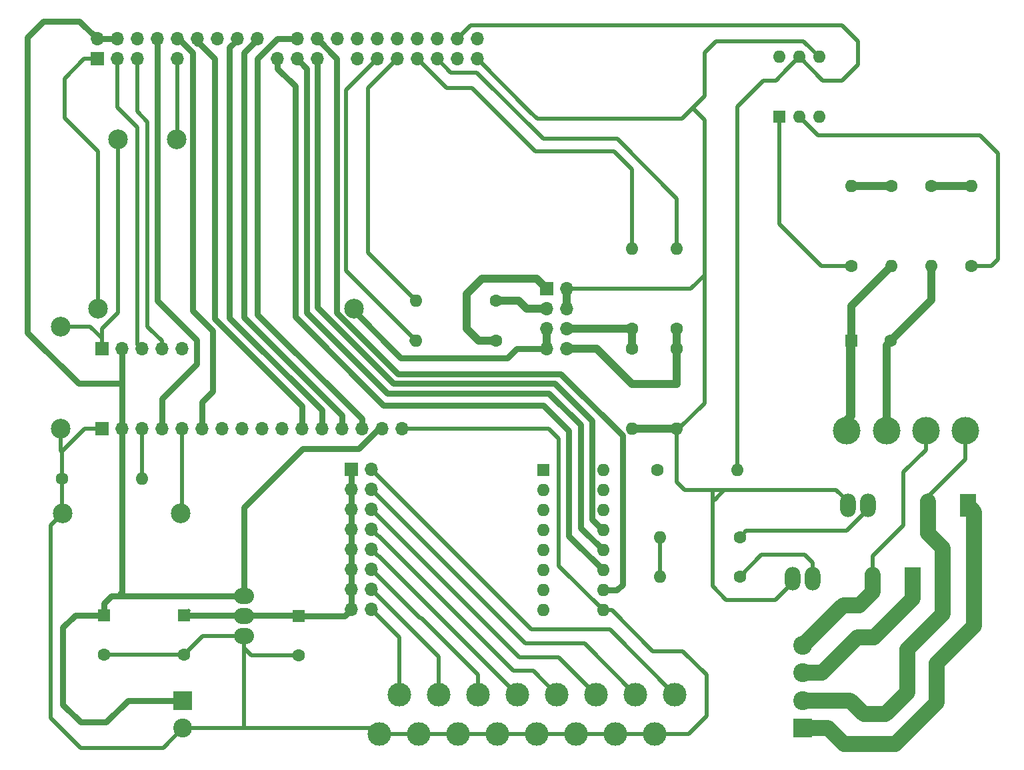
<source format=gbr>
G04 #@! TF.FileFunction,Copper,L4,Bot,Signal*
%FSLAX46Y46*%
G04 Gerber Fmt 4.6, Leading zero omitted, Abs format (unit mm)*
G04 Created by KiCad (PCBNEW 4.0.7) date 05/28/18 16:01:47*
%MOMM*%
%LPD*%
G01*
G04 APERTURE LIST*
%ADD10C,0.100000*%
%ADD11R,1.600000X1.600000*%
%ADD12O,1.600000X1.600000*%
%ADD13C,2.400000*%
%ADD14R,2.400000X2.400000*%
%ADD15R,1.700000X1.700000*%
%ADD16O,1.700000X1.700000*%
%ADD17C,1.600000*%
%ADD18C,3.500000*%
%ADD19O,2.540000X2.032000*%
%ADD20R,2.000000X3.000000*%
%ADD21O,2.000000X3.000000*%
%ADD22C,2.500000*%
%ADD23C,3.000000*%
%ADD24C,0.600000*%
%ADD25C,0.500000*%
%ADD26C,1.000000*%
%ADD27C,0.250000*%
%ADD28C,2.000000*%
%ADD29C,0.750000*%
G04 APERTURE END LIST*
D10*
D11*
X157000000Y-107500000D03*
D12*
X164620000Y-125280000D03*
X157000000Y-110040000D03*
X164620000Y-122740000D03*
X157000000Y-112580000D03*
X164620000Y-120200000D03*
X157000000Y-115120000D03*
X164620000Y-117660000D03*
X157000000Y-117660000D03*
X164620000Y-115120000D03*
X157000000Y-120200000D03*
X164620000Y-112580000D03*
X157000000Y-122740000D03*
X164620000Y-110040000D03*
X157000000Y-125280000D03*
X164620000Y-107500000D03*
D13*
X190005000Y-133235000D03*
X190005000Y-129735000D03*
X190005000Y-136735000D03*
D14*
X190005000Y-140235000D03*
D15*
X100375000Y-55255000D03*
D16*
X100375000Y-52715000D03*
X102915000Y-55255000D03*
X102915000Y-52715000D03*
X105455000Y-55255000D03*
X105455000Y-52715000D03*
X107995000Y-52715000D03*
X110535000Y-55255000D03*
X110535000Y-52715000D03*
X113075000Y-52715000D03*
X115615000Y-52715000D03*
X118155000Y-52715000D03*
X120695000Y-52715000D03*
X123235000Y-55255000D03*
X125775000Y-55255000D03*
X125775000Y-52715000D03*
X128315000Y-55255000D03*
X128315000Y-52715000D03*
X130855000Y-52715000D03*
X133395000Y-55255000D03*
X133395000Y-52715000D03*
X135935000Y-55255000D03*
X135935000Y-52715000D03*
X138475000Y-55255000D03*
X138475000Y-52715000D03*
X141015000Y-55255000D03*
X141015000Y-52715000D03*
X143555000Y-55255000D03*
X143555000Y-52715000D03*
X146095000Y-55255000D03*
X146095000Y-52715000D03*
X148635000Y-55255000D03*
X148635000Y-52715000D03*
D11*
X101260000Y-125910000D03*
D17*
X101260000Y-130910000D03*
D11*
X111420000Y-125910000D03*
D17*
X111420000Y-130910000D03*
D11*
X126005000Y-125985000D03*
D17*
X126005000Y-130985000D03*
D18*
X195600000Y-102505000D03*
X200600000Y-102505000D03*
X205600000Y-102505000D03*
X210600000Y-102505000D03*
D15*
X132645000Y-107355000D03*
D16*
X135185000Y-107355000D03*
X132645000Y-109895000D03*
X135185000Y-109895000D03*
X132645000Y-112435000D03*
X135185000Y-112435000D03*
X132645000Y-114975000D03*
X135185000Y-114975000D03*
X132645000Y-117515000D03*
X135185000Y-117515000D03*
X132645000Y-120055000D03*
X135185000Y-120055000D03*
X132645000Y-122595000D03*
X135185000Y-122595000D03*
X132645000Y-125135000D03*
X135185000Y-125135000D03*
D15*
X100965000Y-102235000D03*
D16*
X103505000Y-102235000D03*
X106045000Y-102235000D03*
X108585000Y-102235000D03*
X111125000Y-102235000D03*
X113665000Y-102235000D03*
X116205000Y-102235000D03*
X118745000Y-102235000D03*
X121285000Y-102235000D03*
X123825000Y-102235000D03*
X126365000Y-102235000D03*
X128905000Y-102235000D03*
X131445000Y-102235000D03*
X133985000Y-102235000D03*
X136525000Y-102235000D03*
X139065000Y-102235000D03*
D15*
X100965000Y-92075000D03*
D16*
X103505000Y-92075000D03*
X106045000Y-92075000D03*
X108585000Y-92075000D03*
X111125000Y-92075000D03*
D17*
X171505000Y-107485000D03*
D12*
X181665000Y-107485000D03*
D17*
X196115000Y-81550000D03*
D12*
X196115000Y-71390000D03*
D17*
X201195000Y-71390000D03*
D12*
X201195000Y-81550000D03*
D17*
X211355000Y-81550000D03*
D12*
X211355000Y-71390000D03*
D17*
X206275000Y-71390000D03*
D12*
X206275000Y-81550000D03*
D17*
X95885000Y-108585000D03*
D12*
X106045000Y-108585000D03*
D17*
X151030000Y-91000000D03*
D12*
X140870000Y-91000000D03*
D17*
X151030000Y-86000000D03*
D12*
X140870000Y-86000000D03*
D17*
X168275000Y-89535000D03*
D12*
X168275000Y-79375000D03*
D17*
X173990000Y-89535000D03*
D12*
X173990000Y-79375000D03*
D17*
X168275000Y-92075000D03*
D12*
X168275000Y-102235000D03*
D17*
X173990000Y-92075000D03*
D12*
X173990000Y-102235000D03*
D17*
X182005000Y-115985000D03*
D12*
X171845000Y-115985000D03*
D19*
X119005000Y-125985000D03*
X119005000Y-123445000D03*
X119005000Y-128525000D03*
D20*
X210955000Y-111985000D03*
D21*
X205875000Y-111985000D03*
X198255000Y-111985000D03*
X195715000Y-111985000D03*
D11*
X187005000Y-62605000D03*
D12*
X192085000Y-54985000D03*
X189545000Y-62605000D03*
X189545000Y-54985000D03*
X192085000Y-62605000D03*
X187005000Y-54985000D03*
D11*
X196115000Y-91075000D03*
D17*
X201115000Y-91075000D03*
X182005000Y-120985000D03*
D12*
X171845000Y-120985000D03*
D20*
X203955000Y-121235000D03*
D21*
X198875000Y-121235000D03*
X191255000Y-121235000D03*
X188715000Y-121235000D03*
D13*
X111255000Y-140235000D03*
D14*
X111255000Y-136735000D03*
D15*
X157480000Y-84455000D03*
D16*
X160020000Y-84455000D03*
X157480000Y-86995000D03*
X160020000Y-86995000D03*
X157480000Y-89535000D03*
X160020000Y-89535000D03*
X157480000Y-92075000D03*
X160020000Y-92075000D03*
D22*
X96005000Y-112985000D03*
X103005000Y-65485000D03*
X110505000Y-65485000D03*
X133005000Y-86985000D03*
X100505000Y-86985000D03*
X111005000Y-112985000D03*
D23*
X138755000Y-135985000D03*
X136215000Y-140985000D03*
X143755000Y-135985000D03*
X141215000Y-140985000D03*
X148755000Y-135985000D03*
X146215000Y-140985000D03*
X153755000Y-135985000D03*
X151215000Y-140985000D03*
X158755000Y-135985000D03*
X156215000Y-140985000D03*
X163755000Y-135985000D03*
X161215000Y-140985000D03*
X168755000Y-135985000D03*
X166215000Y-140985000D03*
X173755000Y-135985000D03*
X171215000Y-140985000D03*
D22*
X95755000Y-102235000D03*
X95755000Y-89235000D03*
D24*
X111005000Y-112985000D03*
X96005000Y-112985000D03*
X103005000Y-65485000D03*
X110505000Y-65485000D03*
X135185000Y-107355000D03*
X157000000Y-107500000D03*
X164620000Y-107500000D03*
X132715000Y-86995000D03*
X100330000Y-86995000D03*
D25*
X139065000Y-102235000D02*
X157755000Y-102235000D01*
X159005000Y-103485000D02*
X159005000Y-119665000D01*
X157755000Y-102235000D02*
X159005000Y-103485000D01*
X159005000Y-119665000D02*
X164620000Y-125280000D01*
X177505000Y-98985000D02*
X177505000Y-82735000D01*
X177505000Y-82735000D02*
X177505000Y-62985000D01*
X160020000Y-84455000D02*
X175785000Y-84455000D01*
X175785000Y-84455000D02*
X177505000Y-82735000D01*
X176005000Y-61485000D02*
X174625000Y-62865000D01*
X174625000Y-62865000D02*
X156245000Y-62865000D01*
X156245000Y-62865000D02*
X155365000Y-61985000D01*
X155365000Y-61985000D02*
X148635000Y-55255000D01*
X95885000Y-105105000D02*
X95755000Y-104975000D01*
X95755000Y-104975000D02*
X95755000Y-102235000D01*
X100965000Y-92075000D02*
X100965000Y-89525000D01*
X100965000Y-89525000D02*
X103005000Y-87485000D01*
X103005000Y-87485000D02*
X103005000Y-65485000D01*
X95755000Y-89235000D02*
X99475000Y-89235000D01*
X99475000Y-89235000D02*
X100965000Y-90725000D01*
X100965000Y-90725000D02*
X100965000Y-92075000D01*
X177755000Y-138735000D02*
X175505000Y-140985000D01*
X171215000Y-140985000D02*
X175505000Y-140985000D01*
X177755000Y-133485000D02*
X177755000Y-138735000D01*
X174755000Y-130485000D02*
X177755000Y-133485000D01*
X170956370Y-130485000D02*
X174755000Y-130485000D01*
X164620000Y-125280000D02*
X165751370Y-125280000D01*
X165751370Y-125280000D02*
X170956370Y-130485000D01*
X111255000Y-140235000D02*
X135465000Y-140235000D01*
X135465000Y-140235000D02*
X136215000Y-140985000D01*
X119005000Y-128525000D02*
X119005000Y-140235000D01*
X171215000Y-140985000D02*
X136215000Y-140985000D01*
X94505000Y-138985000D02*
X94505000Y-114485000D01*
X111255000Y-140235000D02*
X108755000Y-142735000D01*
X108755000Y-142735000D02*
X98255000Y-142735000D01*
X98255000Y-142735000D02*
X94505000Y-138985000D01*
X178505000Y-111235000D02*
X178505000Y-109985000D01*
X178755000Y-111235000D02*
X180005000Y-109985000D01*
X178505000Y-122235000D02*
X178505000Y-111235000D01*
X178505000Y-109985000D02*
X180005000Y-109985000D01*
X180005000Y-109985000D02*
X194215000Y-109985000D01*
X178505000Y-111235000D02*
X178755000Y-111235000D01*
X194215000Y-109985000D02*
X195715000Y-111485000D01*
X195715000Y-111485000D02*
X195715000Y-111985000D01*
X175005000Y-109985000D02*
X178505000Y-109985000D01*
X180255000Y-123985000D02*
X178505000Y-122235000D01*
X186465000Y-123985000D02*
X180255000Y-123985000D01*
X188715000Y-121235000D02*
X188715000Y-121735000D01*
X188715000Y-121735000D02*
X186465000Y-123985000D01*
X179005000Y-52985000D02*
X190085000Y-52985000D01*
X190085000Y-52985000D02*
X192085000Y-54985000D01*
X177505000Y-54485000D02*
X179005000Y-52985000D01*
X177505000Y-59985000D02*
X177505000Y-54485000D01*
X176005000Y-61485000D02*
X177505000Y-59985000D01*
X173990000Y-102235000D02*
X173990000Y-108970000D01*
X173990000Y-108970000D02*
X175005000Y-109985000D01*
X177505000Y-62985000D02*
X176005000Y-61485000D01*
X111420000Y-130910000D02*
X101260000Y-130910000D01*
X119005000Y-128525000D02*
X113805000Y-128525000D01*
X113805000Y-128525000D02*
X111420000Y-130910000D01*
X126005000Y-130985000D02*
X119949000Y-130985000D01*
X119949000Y-130985000D02*
X119005000Y-130041000D01*
X119005000Y-130041000D02*
X119005000Y-128525000D01*
X173990000Y-102235000D02*
X174255000Y-102235000D01*
X174255000Y-102235000D02*
X177505000Y-98985000D01*
X94505000Y-114485000D02*
X96005000Y-112985000D01*
X101260000Y-130910000D02*
X101185000Y-130985000D01*
X111125000Y-102235000D02*
X111125000Y-110985000D01*
X111125000Y-112865000D02*
X111005000Y-112985000D01*
X111125000Y-110985000D02*
X111125000Y-112865000D01*
X95885000Y-112865000D02*
X95885000Y-108585000D01*
X96005000Y-112985000D02*
X95885000Y-112865000D01*
X110535000Y-55255000D02*
X110535000Y-65455000D01*
X110535000Y-65455000D02*
X110505000Y-65485000D01*
X95885000Y-108585000D02*
X95885000Y-105105000D01*
X95885000Y-105105000D02*
X98755000Y-102235000D01*
X98755000Y-102235000D02*
X100965000Y-102235000D01*
D26*
X160020000Y-86995000D02*
X160020000Y-84455000D01*
X173990000Y-102235000D02*
X168275000Y-102235000D01*
X201195000Y-81550000D02*
X196115000Y-86630000D01*
X196115000Y-86630000D02*
X196115000Y-91075000D01*
X196115000Y-91075000D02*
X196115000Y-100600000D01*
X196115000Y-100600000D02*
X195600000Y-101115000D01*
X195600000Y-101115000D02*
X195600000Y-102505000D01*
D27*
X196115000Y-91075000D02*
X196115000Y-86630000D01*
X195600000Y-102505000D02*
X195600000Y-91590000D01*
X195600000Y-91590000D02*
X196115000Y-91075000D01*
D26*
X200600000Y-102505000D02*
X200600000Y-91590000D01*
X200600000Y-91590000D02*
X201115000Y-91075000D01*
X201115000Y-91075000D02*
X206275000Y-85915000D01*
X206275000Y-85915000D02*
X206275000Y-81550000D01*
D27*
X200600000Y-91590000D02*
X206275000Y-85915000D01*
X206275000Y-85915000D02*
X206275000Y-81550000D01*
D25*
X198875000Y-121235000D02*
X198875000Y-118365000D01*
X205600000Y-104890000D02*
X205600000Y-102505000D01*
X202755000Y-107735000D02*
X205600000Y-104890000D01*
X202755000Y-114485000D02*
X202755000Y-107735000D01*
X198875000Y-118365000D02*
X202755000Y-114485000D01*
D28*
X198875000Y-121235000D02*
X198875000Y-120735000D01*
D29*
X205600000Y-102505000D02*
X205640000Y-102505000D01*
D28*
X190005000Y-129735000D02*
X195111101Y-124628899D01*
X195111101Y-124628899D02*
X197195987Y-124628899D01*
X197195987Y-124628899D02*
X198875000Y-122949886D01*
X198875000Y-122949886D02*
X198875000Y-121235000D01*
D25*
X205875000Y-111985000D02*
X205875000Y-110865000D01*
X205875000Y-110865000D02*
X210600000Y-106140000D01*
X210600000Y-106140000D02*
X210600000Y-102505000D01*
D28*
X205875000Y-111985000D02*
X205875000Y-111485000D01*
X207755000Y-125735000D02*
X207755000Y-117365000D01*
X207755000Y-117365000D02*
X205875000Y-115485000D01*
X205875000Y-115485000D02*
X205875000Y-111985000D01*
X203255000Y-130235000D02*
X207755000Y-125735000D01*
X203255000Y-135735000D02*
X203255000Y-130235000D01*
X200505000Y-138485000D02*
X203255000Y-135735000D01*
X197755000Y-138485000D02*
X200505000Y-138485000D01*
X196005000Y-136735000D02*
X197755000Y-138485000D01*
X190005000Y-136735000D02*
X196005000Y-136735000D01*
D25*
X155505000Y-127735000D02*
X151255000Y-123485000D01*
X135185000Y-107355000D02*
X151255000Y-123425000D01*
X151255000Y-123425000D02*
X151255000Y-123485000D01*
X165505000Y-127735000D02*
X155505000Y-127735000D01*
X173755000Y-135985000D02*
X165505000Y-127735000D01*
X156855000Y-107355000D02*
X157000000Y-107500000D01*
X162255000Y-129485000D02*
X154755000Y-129485000D01*
X135185000Y-109895000D02*
X154755000Y-129465000D01*
X154755000Y-129465000D02*
X154755000Y-129485000D01*
X168755000Y-135985000D02*
X162255000Y-129485000D01*
X135185000Y-112435000D02*
X153985000Y-131235000D01*
X153985000Y-131235000D02*
X159005000Y-131235000D01*
X159005000Y-131235000D02*
X163755000Y-135985000D01*
X135185000Y-114975000D02*
X136034999Y-115824999D01*
X136034999Y-115824999D02*
X136094999Y-115824999D01*
X136094999Y-115824999D02*
X153255000Y-132985000D01*
X153255000Y-132985000D02*
X155755000Y-132985000D01*
X155755000Y-132985000D02*
X158755000Y-135985000D01*
X153755000Y-135985000D02*
X143505000Y-125735000D01*
X135185000Y-117515000D02*
X136034999Y-118364999D01*
X136034999Y-118364999D02*
X136134999Y-118364999D01*
X136134999Y-118364999D02*
X143505000Y-125735000D01*
X148755000Y-133485000D02*
X141505000Y-126235000D01*
X135185000Y-120055000D02*
X141365000Y-126235000D01*
X141365000Y-126235000D02*
X141505000Y-126235000D01*
X148755000Y-135985000D02*
X148755000Y-133485000D01*
X143755000Y-135985000D02*
X143755000Y-131165000D01*
X143755000Y-131165000D02*
X135185000Y-122595000D01*
X138755000Y-135985000D02*
X138755000Y-128705000D01*
X138755000Y-128705000D02*
X135185000Y-125135000D01*
X106045000Y-108585000D02*
X106045000Y-102235000D01*
D26*
X151030000Y-86000000D02*
X153945000Y-86000000D01*
X154940000Y-86995000D02*
X157480000Y-86995000D01*
X153945000Y-86000000D02*
X154940000Y-86995000D01*
D25*
X195005000Y-50985000D02*
X147825000Y-50985000D01*
X197005000Y-52985000D02*
X195005000Y-50985000D01*
X197005000Y-55985000D02*
X197005000Y-52985000D01*
X195005000Y-57985000D02*
X197005000Y-55985000D01*
X192545000Y-57985000D02*
X195005000Y-57985000D01*
X189545000Y-54985000D02*
X192545000Y-57985000D01*
X188005000Y-56525000D02*
X189545000Y-54985000D01*
X185005000Y-57985000D02*
X186545000Y-57985000D01*
X186545000Y-57985000D02*
X188005000Y-56525000D01*
X181665000Y-107485000D02*
X181665000Y-61325000D01*
X181665000Y-61325000D02*
X185005000Y-57985000D01*
X147825000Y-50985000D02*
X146095000Y-52715000D01*
X192320000Y-81550000D02*
X187005000Y-76235000D01*
X187005000Y-76235000D02*
X187005000Y-62605000D01*
X196115000Y-81550000D02*
X192320000Y-81550000D01*
D26*
X196115000Y-71390000D02*
X201195000Y-71390000D01*
D25*
X211355000Y-81550000D02*
X213940000Y-81550000D01*
X213940000Y-81550000D02*
X214755000Y-80735000D01*
X214755000Y-80735000D02*
X214755000Y-67235000D01*
X214755000Y-67235000D02*
X212505000Y-64985000D01*
X212505000Y-64985000D02*
X191925000Y-64985000D01*
X191925000Y-64985000D02*
X189545000Y-62605000D01*
D26*
X206275000Y-71390000D02*
X211355000Y-71390000D01*
D25*
X182005000Y-115985000D02*
X182804999Y-115185001D01*
X182804999Y-115185001D02*
X195554999Y-115185001D01*
X195554999Y-115185001D02*
X198255000Y-112485000D01*
X198255000Y-112485000D02*
X198255000Y-111985000D01*
D29*
X126505000Y-104735000D02*
X119005000Y-112235000D01*
X119005000Y-112235000D02*
X119005000Y-123445000D01*
X133594002Y-104735000D02*
X126505000Y-104735000D01*
X136525000Y-102235000D02*
X136094002Y-102235000D01*
X136094002Y-102235000D02*
X133594002Y-104735000D01*
X104255000Y-136735000D02*
X111255000Y-136735000D01*
X101505000Y-139485000D02*
X104255000Y-136735000D01*
X98255000Y-139485000D02*
X101505000Y-139485000D01*
X96005000Y-127485000D02*
X96005000Y-137235000D01*
X96005000Y-137235000D02*
X98255000Y-139485000D01*
X96005000Y-127485000D02*
X97580000Y-125910000D01*
X101260000Y-125910000D02*
X97580000Y-125910000D01*
X100375000Y-52715000D02*
X102915000Y-52715000D01*
X98145000Y-50485000D02*
X100375000Y-52715000D01*
X93505000Y-50485000D02*
X98145000Y-50485000D01*
X91505000Y-52485000D02*
X93505000Y-50485000D01*
X91505000Y-89985000D02*
X91505000Y-52485000D01*
X98005000Y-96485000D02*
X91505000Y-89985000D01*
X103505000Y-96485000D02*
X98005000Y-96485000D01*
X103505000Y-96485000D02*
X103505000Y-92075000D01*
X103505000Y-102235000D02*
X103505000Y-96485000D01*
X103505000Y-122985000D02*
X103505000Y-92075000D01*
D25*
X103505000Y-102235000D02*
X103505000Y-122985000D01*
D29*
X103255000Y-123445000D02*
X103255000Y-123235000D01*
X103255000Y-123235000D02*
X103505000Y-122985000D01*
X103255000Y-123445000D02*
X119005000Y-123445000D01*
X101260000Y-125910000D02*
X101260000Y-124360000D01*
X101260000Y-124360000D02*
X102175000Y-123445000D01*
X102175000Y-123445000D02*
X103255000Y-123445000D01*
D25*
X103255000Y-123445000D02*
X104755000Y-123445000D01*
X103965000Y-123445000D02*
X104755000Y-123445000D01*
X104755000Y-123445000D02*
X119005000Y-123445000D01*
X103505000Y-96485000D02*
X103005000Y-96485000D01*
X103005000Y-96485000D02*
X103505000Y-96485000D01*
X101260000Y-125910000D02*
X101420000Y-125910000D01*
X119005000Y-123445000D02*
X119005000Y-119755000D01*
D29*
X111420000Y-125910000D02*
X125930000Y-125910000D01*
X125930000Y-125910000D02*
X126005000Y-125985000D01*
X132645000Y-125135000D02*
X132645000Y-107355000D01*
X126005000Y-125985000D02*
X131795000Y-125985000D01*
X131795000Y-125985000D02*
X132645000Y-125135000D01*
D25*
X126005000Y-125985000D02*
X119005000Y-125985000D01*
X119005000Y-125985000D02*
X111495000Y-125985000D01*
X111495000Y-125985000D02*
X111420000Y-125910000D01*
X132645000Y-107355000D02*
X132645000Y-122595000D01*
X132645000Y-122595000D02*
X132460000Y-122410000D01*
X111420000Y-125910000D02*
X112000000Y-125330000D01*
D29*
X138955000Y-93235000D02*
X132715000Y-86995000D01*
X152505000Y-93235000D02*
X138955000Y-93235000D01*
X157480000Y-92075000D02*
X153665000Y-92075000D01*
X153665000Y-92075000D02*
X152505000Y-93235000D01*
D25*
X96255000Y-62735000D02*
X100505000Y-66985000D01*
X100505000Y-66985000D02*
X100505000Y-86985000D01*
X96255000Y-57735000D02*
X96255000Y-62735000D01*
X98735000Y-55255000D02*
X96255000Y-57735000D01*
X100375000Y-55255000D02*
X98735000Y-55255000D01*
D26*
X100330000Y-86995000D02*
X100280000Y-86945000D01*
X157480000Y-92075000D02*
X157480000Y-89535000D01*
D25*
X102915000Y-55255000D02*
X102915000Y-61395000D01*
X105505000Y-63985000D02*
X105505000Y-91535000D01*
X102915000Y-61395000D02*
X105505000Y-63985000D01*
X105505000Y-91535000D02*
X106045000Y-92075000D01*
X105455000Y-55255000D02*
X105455000Y-61935000D01*
X105455000Y-61935000D02*
X106755000Y-63235000D01*
X106755000Y-89235000D02*
X107005000Y-89485000D01*
X106755000Y-63235000D02*
X106755000Y-89235000D01*
X108585000Y-91065000D02*
X108585000Y-92075000D01*
X107005000Y-89485000D02*
X108585000Y-91065000D01*
D29*
X118155000Y-52715000D02*
X118155000Y-52835000D01*
X118155000Y-52835000D02*
X117176753Y-53813247D01*
X117176753Y-53813247D02*
X117176753Y-88156753D01*
X117176753Y-88156753D02*
X128905000Y-99885000D01*
X128905000Y-99885000D02*
X128905000Y-102235000D01*
X120695000Y-52715000D02*
X120695000Y-52795000D01*
X120695000Y-52795000D02*
X119005000Y-54485000D01*
X119005000Y-54485000D02*
X119005000Y-88085000D01*
X131445000Y-102235000D02*
X131445000Y-100525000D01*
X131445000Y-100525000D02*
X119005000Y-88085000D01*
X120755000Y-56235000D02*
X120755000Y-87735000D01*
X120755000Y-55735000D02*
X120755000Y-56235000D01*
X123275000Y-52715000D02*
X121255000Y-54735000D01*
X120755000Y-55235000D02*
X121255000Y-54735000D01*
X121255000Y-54735000D02*
X121005000Y-54985000D01*
X120755000Y-56235000D02*
X120755000Y-55235000D01*
X120755000Y-87735000D02*
X133985000Y-100965000D01*
X133985000Y-100965000D02*
X133985000Y-102235000D01*
X125775000Y-52715000D02*
X123275000Y-52715000D01*
X115255000Y-55235000D02*
X113075000Y-53055000D01*
X126365000Y-99345000D02*
X115255000Y-88235000D01*
X115255000Y-88235000D02*
X115255000Y-55235000D01*
X126365000Y-102235000D02*
X126365000Y-99345000D01*
X113075000Y-53055000D02*
X113075000Y-52715000D01*
X112980000Y-53000000D02*
X112980000Y-53260000D01*
X110535000Y-52715000D02*
X110735000Y-52715000D01*
X110735000Y-52715000D02*
X112505000Y-54485000D01*
X112505000Y-54485000D02*
X112505000Y-87234998D01*
X113665000Y-102235000D02*
X113665000Y-98825000D01*
X115005000Y-89734998D02*
X112505000Y-87234998D01*
X115005000Y-97485000D02*
X115005000Y-89734998D01*
X113665000Y-98825000D02*
X115005000Y-97485000D01*
X123235000Y-55255000D02*
X123235000Y-56457081D01*
X123235000Y-56457081D02*
X125505000Y-58727081D01*
X125505000Y-58727081D02*
X125505000Y-87985000D01*
X125505000Y-87985000D02*
X136755000Y-99235000D01*
X136755000Y-99235000D02*
X157005000Y-99235000D01*
X157005000Y-99235000D02*
X160255000Y-102485000D01*
X160255000Y-102485000D02*
X160255000Y-115835000D01*
X160255000Y-115835000D02*
X164620000Y-120200000D01*
X127005000Y-87485000D02*
X127005000Y-56485000D01*
X127005000Y-56485000D02*
X125775000Y-55255000D01*
X137255000Y-97735000D02*
X127005000Y-87485000D01*
X157755000Y-97735000D02*
X137255000Y-97735000D01*
X161755000Y-101735000D02*
X157755000Y-97735000D01*
X161755000Y-114795000D02*
X161755000Y-101735000D01*
X164620000Y-117660000D02*
X161755000Y-114795000D01*
X108585000Y-102235000D02*
X108585000Y-98405000D01*
X107995000Y-85975000D02*
X107995000Y-52715000D01*
X113005000Y-90985000D02*
X107995000Y-85975000D01*
X113005000Y-93985000D02*
X113005000Y-90985000D01*
X108585000Y-98405000D02*
X113005000Y-93985000D01*
X128315000Y-55255000D02*
X128315000Y-86838516D01*
X128315000Y-86838516D02*
X137961484Y-96485000D01*
X137961484Y-96485000D02*
X158505000Y-96485000D01*
X158505000Y-96485000D02*
X163244999Y-101224999D01*
X163244999Y-101224999D02*
X163244999Y-113744999D01*
X163244999Y-113744999D02*
X163820001Y-114320001D01*
X163820001Y-114320001D02*
X164620000Y-115120000D01*
X130805000Y-87235000D02*
X130805000Y-55205000D01*
X167105000Y-107985000D02*
X167105000Y-103100002D01*
X167105000Y-103100002D02*
X159239998Y-95235000D01*
X159239998Y-95235000D02*
X138553998Y-95235000D01*
X138553998Y-95235000D02*
X130805000Y-87486002D01*
X130805000Y-87486002D02*
X130805000Y-87235000D01*
X167105000Y-121985000D02*
X167105000Y-107985000D01*
X167105000Y-107985000D02*
X167105000Y-107318260D01*
X130805000Y-55205000D02*
X128315000Y-52715000D01*
X164620000Y-122740000D02*
X166350000Y-122740000D01*
X166350000Y-122740000D02*
X167105000Y-121985000D01*
D25*
X171845000Y-115985000D02*
X171845000Y-120985000D01*
D28*
X190005000Y-140235000D02*
X193205000Y-140235000D01*
X193205000Y-140235000D02*
X195205000Y-142235000D01*
X195205000Y-142235000D02*
X201755000Y-142235000D01*
X201755000Y-142235000D02*
X207005000Y-136985000D01*
X207005000Y-136985000D02*
X207005000Y-131985000D01*
X207005000Y-131985000D02*
X211755000Y-127235000D01*
X211755000Y-127235000D02*
X211755000Y-112785000D01*
X211755000Y-112785000D02*
X210955000Y-111985000D01*
D25*
X132005000Y-59185000D02*
X132005000Y-82135000D01*
X132005000Y-82135000D02*
X140870000Y-91000000D01*
X135935000Y-55255000D02*
X132005000Y-59185000D01*
D26*
X140870000Y-91000000D02*
X140530000Y-91000000D01*
D25*
X134745000Y-58985000D02*
X134745000Y-79875000D01*
X134745000Y-79875000D02*
X140870000Y-86000000D01*
X138475000Y-55255000D02*
X134745000Y-58985000D01*
X141015000Y-55255000D02*
X144745000Y-58985000D01*
X144745000Y-58985000D02*
X148005000Y-58985000D01*
X166005000Y-66985000D02*
X168275000Y-69255000D01*
X148005000Y-58985000D02*
X156005000Y-66985000D01*
X156005000Y-66985000D02*
X166005000Y-66985000D01*
X168275000Y-69255000D02*
X168275000Y-79375000D01*
X166425000Y-65405000D02*
X173990000Y-72970000D01*
X173990000Y-72970000D02*
X173990000Y-79375000D01*
X157005000Y-65405000D02*
X166425000Y-65405000D01*
X145285000Y-56985000D02*
X148585000Y-56985000D01*
X148585000Y-56985000D02*
X157005000Y-65405000D01*
X143555000Y-55255000D02*
X145285000Y-56985000D01*
D26*
X151030000Y-91000000D02*
X148785000Y-91000000D01*
X156210000Y-83185000D02*
X157480000Y-84455000D01*
X149225000Y-83185000D02*
X156210000Y-83185000D01*
X147320000Y-85090000D02*
X149225000Y-83185000D01*
X147320000Y-89535000D02*
X147320000Y-85090000D01*
X148785000Y-91000000D02*
X147320000Y-89535000D01*
X160020000Y-89535000D02*
X168275000Y-89535000D01*
X168275000Y-89535000D02*
X168275000Y-92075000D01*
X160020000Y-92075000D02*
X163830000Y-92075000D01*
X173990000Y-96520000D02*
X173990000Y-89535000D01*
X168275000Y-96520000D02*
X173990000Y-96520000D01*
X163830000Y-92075000D02*
X168275000Y-96520000D01*
D25*
X182005000Y-120985000D02*
X184755000Y-118235000D01*
X184755000Y-118235000D02*
X190255000Y-118235000D01*
X190255000Y-118235000D02*
X191255000Y-119235000D01*
X191255000Y-119235000D02*
X191255000Y-121235000D01*
D28*
X190005000Y-133235000D02*
X192455000Y-133235000D01*
X192455000Y-133235000D02*
X196955000Y-128735000D01*
X196955000Y-128735000D02*
X199005000Y-128735000D01*
X199005000Y-128735000D02*
X203955000Y-123785000D01*
X203955000Y-123785000D02*
X203955000Y-121235000D01*
M02*

</source>
